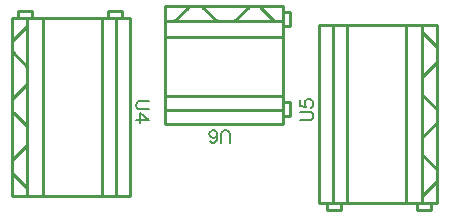
<source format=gto>
G04 Layer: TopSilkLayer*
G04 EasyEDA v6.4.5, 2020-09-16T10:22:01--6:00*
G04 ded4796badf941d083ba3d0fd9e507c2,10*
G04 Gerber Generator version 0.2*
G04 Scale: 100 percent, Rotated: No, Reflected: No *
G04 Dimensions in inches *
G04 leading zeros omitted , absolute positions ,2 integer and 4 decimal *
%FSLAX24Y24*%
%MOIN*%
G90*
G70D02*

%ADD10C,0.010000*%
%ADD13C,0.006000*%

%LPD*%
G54D10*
G01X9164Y3120D02*
G01X5270Y3120D01*
G01X9164Y3120D02*
G01X9164Y7057D01*
G01X9152Y7057D02*
G01X5235Y7057D01*
G01X5235Y3120D02*
G01X5235Y7057D01*
G01X9164Y4050D02*
G01X5235Y4050D01*
G01X9400Y3399D02*
G01X9163Y3399D01*
G01X9400Y3867D02*
G01X9400Y3399D01*
G01X9163Y3867D02*
G01X9400Y3867D01*
G01X9400Y6850D02*
G01X9400Y6399D01*
G01X9163Y6399D01*
G01X9163Y6850D02*
G01X9400Y6850D01*
G01X5551Y6561D02*
G01X5993Y7003D01*
G01X5993Y7042D01*
G01X6483Y7042D02*
G01X6964Y6561D01*
G01X7013Y6561D01*
G01X7543Y6561D02*
G01X8023Y7041D01*
G01X8023Y7042D01*
G01X8413Y7042D02*
G01X8883Y6572D01*
G01X8883Y6561D01*
G01X9164Y6561D02*
G01X5235Y6561D01*
G01X9164Y6021D02*
G01X9151Y6035D01*
G01X5235Y6035D01*
G01X9164Y3581D02*
G01X5235Y3581D01*
G01X4079Y6664D02*
G01X4079Y735D01*
G01X4079Y6664D02*
G01X142Y6664D01*
G01X142Y6652D02*
G01X142Y747D01*
G01X4079Y735D02*
G01X142Y735D01*
G01X3150Y6664D02*
G01X3150Y735D01*
G01X3800Y6900D02*
G01X3800Y6663D01*
G01X3332Y6900D02*
G01X3800Y6900D01*
G01X3332Y6663D02*
G01X3332Y6900D01*
G01X350Y6900D02*
G01X800Y6900D01*
G01X800Y6663D01*
G01X350Y6663D02*
G01X350Y6900D01*
G01X4079Y3926D02*
G01X4079Y3436D01*
G01X638Y2443D02*
G01X157Y1962D01*
G01X157Y1923D01*
G01X157Y1463D02*
G01X627Y993D01*
G01X638Y993D01*
G01X638Y3051D02*
G01X196Y3493D01*
G01X157Y3493D01*
G01X157Y3983D02*
G01X638Y4464D01*
G01X638Y4513D01*
G01X638Y5043D02*
G01X158Y5523D01*
G01X157Y5523D01*
G01X157Y5913D02*
G01X627Y6383D01*
G01X638Y6383D01*
G01X638Y756D02*
G01X638Y6634D01*
G01X1178Y6664D02*
G01X1164Y6651D01*
G01X1164Y735D01*
G01X3618Y6664D02*
G01X3618Y735D01*
G01X10370Y485D02*
G01X10370Y6414D01*
G01X10370Y485D02*
G01X14307Y485D01*
G01X14307Y497D02*
G01X14307Y6402D01*
G01X10370Y6414D02*
G01X14307Y6414D01*
G01X11300Y485D02*
G01X11300Y6414D01*
G01X10649Y250D02*
G01X10649Y486D01*
G01X11117Y250D02*
G01X10649Y250D01*
G01X11117Y486D02*
G01X11117Y250D01*
G01X14100Y250D02*
G01X13649Y250D01*
G01X13649Y486D01*
G01X14100Y486D02*
G01X14100Y250D01*
G01X10370Y3223D02*
G01X10370Y3713D01*
G01X13811Y4706D02*
G01X14292Y5187D01*
G01X14292Y5226D01*
G01X14292Y5686D02*
G01X13822Y6156D01*
G01X13811Y6156D01*
G01X13811Y4098D02*
G01X14253Y3656D01*
G01X14292Y3656D01*
G01X14292Y3166D02*
G01X13811Y2685D01*
G01X13811Y2636D01*
G01X13811Y2106D02*
G01X14291Y1626D01*
G01X14292Y1626D01*
G01X14292Y1236D02*
G01X13822Y766D01*
G01X13811Y766D01*
G01X13811Y6393D02*
G01X13811Y515D01*
G01X13271Y485D02*
G01X13285Y498D01*
G01X13285Y6414D01*
G01X10831Y485D02*
G01X10831Y6414D01*
G54D13*
G01X7400Y2496D02*
G01X7400Y2803D01*
G01X7380Y2863D01*
G01X7339Y2905D01*
G01X7277Y2925D01*
G01X7235Y2925D01*
G01X7175Y2905D01*
G01X7134Y2863D01*
G01X7114Y2803D01*
G01X7114Y2496D01*
G01X6732Y2557D02*
G01X6753Y2515D01*
G01X6814Y2496D01*
G01X6856Y2496D01*
G01X6917Y2515D01*
G01X6957Y2578D01*
G01X6978Y2680D01*
G01X6978Y2782D01*
G01X6957Y2863D01*
G01X6917Y2905D01*
G01X6856Y2925D01*
G01X6835Y2925D01*
G01X6773Y2905D01*
G01X6732Y2863D01*
G01X6713Y2803D01*
G01X6713Y2782D01*
G01X6732Y2721D01*
G01X6773Y2680D01*
G01X6835Y2659D01*
G01X6856Y2659D01*
G01X6917Y2680D01*
G01X6957Y2721D01*
G01X6978Y2782D01*
G01X4703Y3900D02*
G01X4396Y3900D01*
G01X4336Y3880D01*
G01X4294Y3838D01*
G01X4275Y3776D01*
G01X4275Y3736D01*
G01X4294Y3675D01*
G01X4336Y3634D01*
G01X4396Y3613D01*
G01X4703Y3613D01*
G01X4703Y3273D02*
G01X4417Y3478D01*
G01X4417Y3171D01*
G01X4703Y3273D02*
G01X4275Y3273D01*
G01X9746Y3250D02*
G01X10052Y3250D01*
G01X10114Y3269D01*
G01X10155Y3311D01*
G01X10175Y3373D01*
G01X10175Y3413D01*
G01X10155Y3475D01*
G01X10114Y3515D01*
G01X10052Y3536D01*
G01X9746Y3536D01*
G01X9746Y3917D02*
G01X9746Y3711D01*
G01X9930Y3692D01*
G01X9910Y3711D01*
G01X9889Y3773D01*
G01X9889Y3834D01*
G01X9910Y3896D01*
G01X9950Y3936D01*
G01X10011Y3957D01*
G01X10052Y3957D01*
G01X10114Y3936D01*
G01X10155Y3896D01*
G01X10175Y3834D01*
G01X10175Y3773D01*
G01X10155Y3711D01*
G01X10135Y3692D01*
G01X10093Y3671D01*
M00*
M02*

</source>
